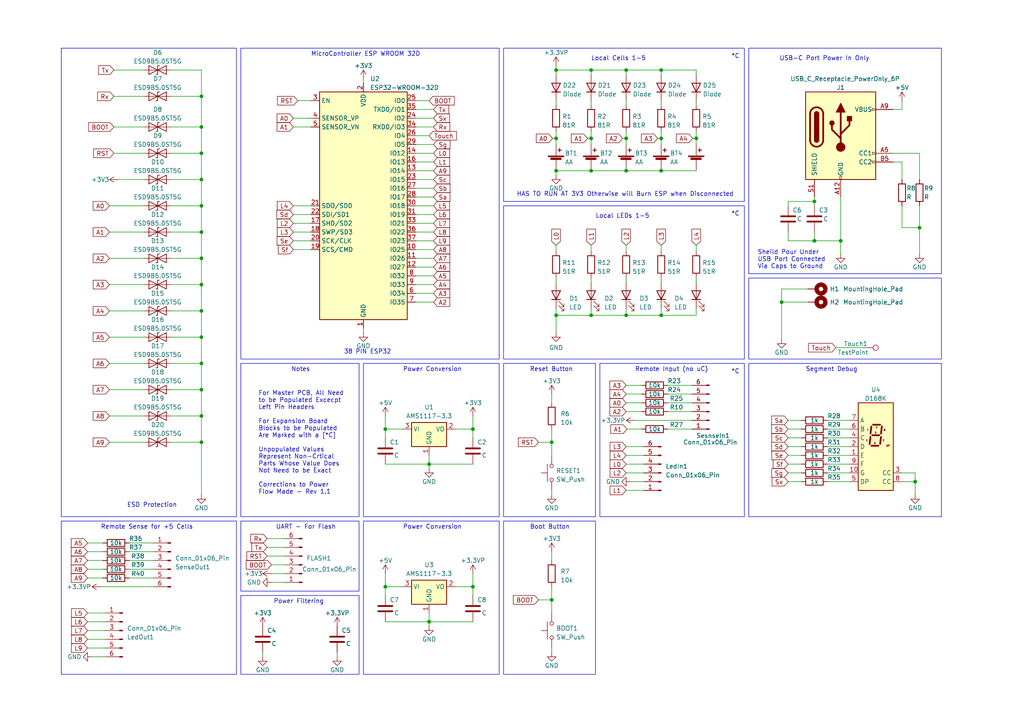
<source format=kicad_sch>
(kicad_sch (version 20230121) (generator eeschema)
  (paper "A4")
  (title_block (title "AA/AAA Trickle Charger w/ uC Monitoring") (date "2023-12-27") (rev "1.1") (company "Akbar Q Open Source") (comment 1 "Pending Manufacture Initiation and Verification - Rev 1.1 Sent to JLCPCB"))
  (junction (at 137.16 124.46))
  (junction (at 58.42 82.55))
  (junction (at 191.77 20.32))
  (junction (at 181.61 20.32))
  (junction (at 58.42 36.83))
  (junction (at 58.42 97.79))
  (junction (at 171.45 40.132))
  (junction (at 124.46 134.62))
  (junction (at 160.02 128.27))
  (junction (at 191.77 49.53))
  (junction (at 111.76 124.46))
  (junction (at 161.29 20.32))
  (junction (at 181.61 49.53))
  (junction (at 191.77 91.44))
  (junction (at 160.02 173.99))
  (junction (at 171.45 49.53))
  (junction (at 58.42 74.93))
  (junction (at 236.22 69.85))
  (junction (at 58.42 44.45))
  (junction (at 236.22 58.42))
  (junction (at 161.29 49.53))
  (junction (at 171.45 20.32))
  (junction (at 58.42 105.41))
  (junction (at 58.42 90.17))
  (junction (at 161.29 40.132))
  (junction (at 201.93 40.132))
  (junction (at 191.77 40.132))
  (junction (at 226.695 87.63))
  (junction (at 58.42 113.03))
  (junction (at 137.16 170.18))
  (junction (at 58.42 27.94))
  (junction (at 58.42 120.65))
  (junction (at 58.42 59.69))
  (junction (at 171.45 91.44))
  (junction (at 58.42 128.27))
  (junction (at 58.42 52.07))
  (junction (at 58.42 67.31))
  (junction (at 243.84 69.85))
  (junction (at 265.43 139.7))
  (junction (at 161.29 91.44))
  (junction (at 124.46 180.34))
  (junction (at 111.76 170.18))
  (junction (at 181.61 91.44))
  (junction (at 181.61 40.132))
  (junction (at 266.7 66.04))
  (wire (pts (xy 228.6 129.54) (xy 232.41 129.54)))
  (wire (pts (xy 31.75 74.93) (xy 41.91 74.93)))
  (wire (pts (xy 25.4 165.1) (xy 29.845 165.1)))
  (wire (pts (xy 125.73 34.29) (xy 120.65 34.29)))
  (wire (pts (xy 236.22 69.85) (xy 243.84 69.85)))
  (wire (pts (xy 181.61 40.132) (xy 181.61 41.91)))
  (wire (pts (xy 201.93 71.12) (xy 201.93 72.898)))
  (wire (pts (xy 37.465 160.02) (xy 44.45 160.02)))
  (wire (pts (xy 261.62 31.75) (xy 261.62 29.21)))
  (wire (pts (xy 261.62 46.99) (xy 259.08 46.99)))
  (wire (pts (xy 85.09 72.39) (xy 90.17 72.39)))
  (wire (pts (xy 160.02 170.18) (xy 160.02 173.99)))
  (wire (pts (xy 228.6 67.31) (xy 228.6 69.85)))
  (wire (pts (xy 193.675 119.38) (xy 200.66 119.38)))
  (wire (pts (xy 201.93 89.408) (xy 201.93 91.44)))
  (wire (pts (xy 265.43 139.7) (xy 265.43 137.16)))
  (wire (pts (xy 37.465 162.56) (xy 44.45 162.56)))
  (wire (pts (xy 31.75 113.03) (xy 41.91 113.03)))
  (wire (pts (xy 181.61 29.21) (xy 181.61 30.48)))
  (wire (pts (xy 181.61 111.76) (xy 186.055 111.76)))
  (wire (pts (xy 58.42 97.79) (xy 58.42 105.41)))
  (wire (pts (xy 266.7 59.69) (xy 266.7 66.04)))
  (wire (pts (xy 261.62 59.69) (xy 261.62 66.04)))
  (wire (pts (xy 111.76 180.34) (xy 124.46 180.34)))
  (wire (pts (xy 201.93 40.132) (xy 201.93 41.91)))
  (wire (pts (xy 77.47 156.21) (xy 82.55 156.21)))
  (wire (pts (xy 49.53 113.03) (xy 58.42 113.03)))
  (wire (pts (xy 125.73 49.53) (xy 120.65 49.53)))
  (wire (pts (xy 58.42 67.31) (xy 58.42 59.69)))
  (wire (pts (xy 58.42 74.93) (xy 58.42 67.31)))
  (wire (pts (xy 85.09 59.69) (xy 90.17 59.69)))
  (wire (pts (xy 171.45 40.132) (xy 171.45 41.91)))
  (wire (pts (xy 161.29 38.1) (xy 161.29 40.132)))
  (wire (pts (xy 228.6 124.46) (xy 232.41 124.46)))
  (wire (pts (xy 25.4 177.8) (xy 30.48 177.8)))
  (wire (pts (xy 181.61 49.53) (xy 191.77 49.53)))
  (wire (pts (xy 240.03 132.08) (xy 246.38 132.08)))
  (wire (pts (xy 201.93 80.518) (xy 201.93 81.788)))
  (wire (pts (xy 161.29 19.05) (xy 161.29 20.32)))
  (wire (pts (xy 191.77 89.408) (xy 191.77 91.44)))
  (wire (pts (xy 77.47 158.75) (xy 82.55 158.75)))
  (wire (pts (xy 31.75 120.65) (xy 41.91 120.65)))
  (wire (pts (xy 181.61 20.32) (xy 191.77 20.32)))
  (wire (pts (xy 105.41 22.86) (xy 105.41 24.13)))
  (wire (pts (xy 125.73 52.07) (xy 120.65 52.07)))
  (wire (pts (xy 193.675 114.3) (xy 200.66 114.3)))
  (wire (pts (xy 191.77 80.518) (xy 191.77 81.788)))
  (wire (pts (xy 137.16 166.37) (xy 137.16 170.18)))
  (wire (pts (xy 125.73 69.85) (xy 120.65 69.85)))
  (wire (pts (xy 201.93 29.21) (xy 201.93 30.48)))
  (wire (pts (xy 160.02 173.99) (xy 160.02 177.8)))
  (wire (pts (xy 182.88 139.7) (xy 186.69 139.7)))
  (wire (pts (xy 97.79 189.23) (xy 97.79 190.5)))
  (wire (pts (xy 181.61 132.08) (xy 186.69 132.08)))
  (wire (pts (xy 171.45 20.32) (xy 181.61 20.32)))
  (wire (pts (xy 49.53 74.93) (xy 58.42 74.93)))
  (wire (pts (xy 125.73 74.93) (xy 120.65 74.93)))
  (wire (pts (xy 171.45 38.1) (xy 171.45 40.132)))
  (wire (pts (xy 181.864 124.46) (xy 186.055 124.46)))
  (wire (pts (xy 243.84 57.15) (xy 243.84 69.85)))
  (wire (pts (xy 161.29 20.32) (xy 171.45 20.32)))
  (wire (pts (xy 240.03 124.46) (xy 246.38 124.46)))
  (wire (pts (xy 190.754 40.132) (xy 191.77 40.132)))
  (wire (pts (xy 58.42 90.17) (xy 58.42 82.55)))
  (wire (pts (xy 160.02 114.3) (xy 160.02 116.84)))
  (wire (pts (xy 171.45 80.518) (xy 171.45 81.788)))
  (wire (pts (xy 33.02 20.32) (xy 41.91 20.32)))
  (wire (pts (xy 37.465 157.48) (xy 44.45 157.48)))
  (wire (pts (xy 181.61 129.54) (xy 186.69 129.54)))
  (wire (pts (xy 33.02 27.94) (xy 41.91 27.94)))
  (wire (pts (xy 31.75 105.41) (xy 41.91 105.41)))
  (wire (pts (xy 200.914 40.132) (xy 201.93 40.132)))
  (wire (pts (xy 125.73 62.23) (xy 120.65 62.23)))
  (wire (pts (xy 49.53 82.55) (xy 58.42 82.55)))
  (wire (pts (xy 124.46 134.62) (xy 124.46 135.89)))
  (wire (pts (xy 125.73 64.77) (xy 120.65 64.77)))
  (wire (pts (xy 78.74 163.83) (xy 82.55 163.83)))
  (wire (pts (xy 120.65 41.91) (xy 125.73 41.91)))
  (wire (pts (xy 160.02 124.46) (xy 160.02 128.27)))
  (wire (pts (xy 161.29 71.12) (xy 161.29 72.898)))
  (wire (pts (xy 228.6 132.08) (xy 232.41 132.08)))
  (wire (pts (xy 236.22 67.31) (xy 236.22 69.85)))
  (wire (pts (xy 25.4 180.34) (xy 30.48 180.34)))
  (wire (pts (xy 120.65 31.75) (xy 125.73 31.75)))
  (wire (pts (xy 161.29 49.53) (xy 171.45 49.53)))
  (wire (pts (xy 240.03 129.54) (xy 246.38 129.54)))
  (wire (pts (xy 124.46 180.34) (xy 137.16 180.34)))
  (wire (pts (xy 125.73 67.31) (xy 120.65 67.31)))
  (wire (pts (xy 125.73 85.09) (xy 120.65 85.09)))
  (wire (pts (xy 58.42 44.45) (xy 58.42 52.07)))
  (wire (pts (xy 85.09 64.77) (xy 90.17 64.77)))
  (wire (pts (xy 78.74 166.37) (xy 82.55 166.37)))
  (wire (pts (xy 125.73 72.39) (xy 120.65 72.39)))
  (wire (pts (xy 191.77 91.44) (xy 201.93 91.44)))
  (wire (pts (xy 137.16 170.18) (xy 132.08 170.18)))
  (wire (pts (xy 265.43 137.16) (xy 261.62 137.16)))
  (wire (pts (xy 191.77 71.12) (xy 191.77 72.898)))
  (wire (pts (xy 25.4 157.48) (xy 29.845 157.48)))
  (wire (pts (xy 171.45 91.44) (xy 181.61 91.44)))
  (wire (pts (xy 58.42 27.94) (xy 58.42 36.83)))
  (wire (pts (xy 58.42 120.65) (xy 58.42 128.27)))
  (wire (pts (xy 49.53 59.69) (xy 58.42 59.69)))
  (wire (pts (xy 160.02 142.24) (xy 160.02 143.51)))
  (wire (pts (xy 161.29 20.32) (xy 161.29 21.59)))
  (wire (pts (xy 171.45 89.408) (xy 171.45 91.44)))
  (wire (pts (xy 33.02 36.83) (xy 41.91 36.83)))
  (wire (pts (xy 111.76 134.62) (xy 124.46 134.62)))
  (wire (pts (xy 49.53 36.83) (xy 58.42 36.83)))
  (wire (pts (xy 105.41 95.25) (xy 105.41 96.52)))
  (wire (pts (xy 243.84 69.85) (xy 243.84 73.66)))
  (wire (pts (xy 228.6 137.16) (xy 232.41 137.16)))
  (wire (pts (xy 49.53 67.31) (xy 58.42 67.31)))
  (wire (pts (xy 120.65 39.37) (xy 124.46 39.37)))
  (wire (pts (xy 58.42 82.55) (xy 58.42 74.93)))
  (wire (pts (xy 201.93 20.32) (xy 201.93 21.59)))
  (wire (pts (xy 37.465 165.1) (xy 44.45 165.1)))
  (wire (pts (xy 170.434 40.132) (xy 171.45 40.132)))
  (wire (pts (xy 181.61 20.32) (xy 181.61 21.59)))
  (wire (pts (xy 181.61 142.24) (xy 186.69 142.24)))
  (wire (pts (xy 26.67 190.5) (xy 30.48 190.5)))
  (wire (pts (xy 85.09 69.85) (xy 90.17 69.85)))
  (wire (pts (xy 125.73 57.15) (xy 120.65 57.15)))
  (wire (pts (xy 111.76 170.18) (xy 111.76 166.37)))
  (wire (pts (xy 120.65 29.21) (xy 124.46 29.21)))
  (wire (pts (xy 228.6 134.62) (xy 232.41 134.62)))
  (wire (pts (xy 85.09 62.23) (xy 90.17 62.23)))
  (wire (pts (xy 201.93 38.1) (xy 201.93 40.132)))
  (wire (pts (xy 193.675 116.84) (xy 200.66 116.84)))
  (wire (pts (xy 181.61 137.16) (xy 186.69 137.16)))
  (wire (pts (xy 49.53 90.17) (xy 58.42 90.17)))
  (wire (pts (xy 85.09 67.31) (xy 90.17 67.31)))
  (wire (pts (xy 161.29 91.44) (xy 171.45 91.44)))
  (wire (pts (xy 37.465 167.64) (xy 44.45 167.64)))
  (wire (pts (xy 125.73 44.45) (xy 120.65 44.45)))
  (wire (pts (xy 265.43 143.51) (xy 265.43 139.7)))
  (wire (pts (xy 111.76 170.18) (xy 111.76 172.72)))
  (wire (pts (xy 86.36 29.21) (xy 90.17 29.21)))
  (wire (pts (xy 125.73 46.99) (xy 120.65 46.99)))
  (wire (pts (xy 181.61 80.518) (xy 181.61 81.788)))
  (wire (pts (xy 25.4 162.56) (xy 29.845 162.56)))
  (wire (pts (xy 78.74 168.91) (xy 82.55 168.91)))
  (wire (pts (xy 137.16 124.46) (xy 132.08 124.46)))
  (wire (pts (xy 226.695 83.82) (xy 234.315 83.82)))
  (wire (pts (xy 240.03 137.16) (xy 246.38 137.16)))
  (wire (pts (xy 228.6 127) (xy 232.41 127)))
  (wire (pts (xy 228.6 69.85) (xy 236.22 69.85)))
  (wire (pts (xy 181.61 116.84) (xy 186.055 116.84)))
  (wire (pts (xy 181.61 38.1) (xy 181.61 40.132)))
  (wire (pts (xy 49.53 20.32) (xy 58.42 20.32)))
  (wire (pts (xy 228.6 139.7) (xy 232.41 139.7)))
  (wire (pts (xy 124.46 177.8) (xy 124.46 180.34)))
  (wire (pts (xy 77.47 161.29) (xy 82.55 161.29)))
  (wire (pts (xy 161.29 50.8) (xy 161.29 49.53)))
  (wire (pts (xy 191.77 38.1) (xy 191.77 40.132)))
  (wire (pts (xy 236.22 58.42) (xy 236.22 59.69)))
  (wire (pts (xy 191.77 40.132) (xy 191.77 41.91)))
  (wire (pts (xy 85.09 36.83) (xy 90.17 36.83)))
  (wire (pts (xy 25.4 160.02) (xy 29.845 160.02)))
  (wire (pts (xy 125.73 54.61) (xy 120.65 54.61)))
  (wire (pts (xy 137.16 170.18) (xy 137.16 172.72)))
  (wire (pts (xy 120.65 36.83) (xy 125.73 36.83)))
  (wire (pts (xy 49.53 44.45) (xy 58.42 44.45)))
  (wire (pts (xy 124.46 132.08) (xy 124.46 134.62)))
  (wire (pts (xy 193.675 124.46) (xy 200.66 124.46)))
  (wire (pts (xy 58.42 105.41) (xy 58.42 113.03)))
  (wire (pts (xy 125.73 80.01) (xy 120.65 80.01)))
  (wire (pts (xy 161.29 29.21) (xy 161.29 30.48)))
  (wire (pts (xy 236.22 57.15) (xy 236.22 58.42)))
  (wire (pts (xy 58.42 20.32) (xy 58.42 27.94)))
  (wire (pts (xy 85.09 34.29) (xy 90.17 34.29)))
  (wire (pts (xy 266.7 66.04) (xy 266.7 73.66)))
  (wire (pts (xy 242.443 100.838) (xy 250.698 100.838)))
  (wire (pts (xy 266.7 52.07) (xy 266.7 44.45)))
  (wire (pts (xy 226.695 83.82) (xy 226.695 87.63)))
  (wire (pts (xy 125.73 59.69) (xy 120.65 59.69)))
  (wire (pts (xy 191.77 20.32) (xy 191.77 21.59)))
  (wire (pts (xy 25.4 182.88) (xy 30.48 182.88)))
  (wire (pts (xy 240.03 134.62) (xy 246.38 134.62)))
  (wire (pts (xy 160.274 40.132) (xy 161.29 40.132)))
  (wire (pts (xy 171.45 20.32) (xy 171.45 21.59)))
  (wire (pts (xy 124.46 134.62) (xy 137.16 134.62)))
  (wire (pts (xy 25.4 167.64) (xy 29.845 167.64)))
  (wire (pts (xy 160.02 187.96) (xy 160.02 189.23)))
  (wire (pts (xy 181.61 119.38) (xy 186.055 119.38)))
  (wire (pts (xy 181.61 91.44) (xy 191.77 91.44)))
  (wire (pts (xy 160.02 128.27) (xy 160.02 132.08)))
  (wire (pts (xy 76.2 189.23) (xy 76.2 190.5)))
  (wire (pts (xy 161.29 80.518) (xy 161.29 81.788)))
  (wire (pts (xy 125.73 82.55) (xy 120.65 82.55)))
  (wire (pts (xy 58.42 59.69) (xy 58.42 52.07)))
  (wire (pts (xy 125.73 87.63) (xy 120.65 87.63)))
  (wire (pts (xy 33.02 44.45) (xy 41.91 44.45)))
  (wire (pts (xy 226.695 87.63) (xy 226.695 98.425)))
  (wire (pts (xy 25.4 187.96) (xy 30.48 187.96)))
  (wire (pts (xy 31.75 97.79) (xy 41.91 97.79)))
  (wire (pts (xy 171.45 49.53) (xy 181.61 49.53)))
  (wire (pts (xy 228.6 58.42) (xy 236.22 58.42)))
  (wire (pts (xy 116.84 170.18) (xy 111.76 170.18)))
  (wire (pts (xy 191.77 29.21) (xy 191.77 30.48)))
  (wire (pts (xy 25.4 185.42) (xy 30.48 185.42)))
  (wire (pts (xy 137.16 124.46) (xy 137.16 127)))
  (wire (pts (xy 31.75 128.27) (xy 41.91 128.27)))
  (wire (pts (xy 171.45 29.21) (xy 171.45 30.48)))
  (wire (pts (xy 31.75 90.17) (xy 41.91 90.17)))
  (wire (pts (xy 116.84 124.46) (xy 111.76 124.46)))
  (wire (pts (xy 160.02 160.02) (xy 160.02 162.56)))
  (wire (pts (xy 261.62 139.7) (xy 265.43 139.7)))
  (wire (pts (xy 125.73 77.47) (xy 120.65 77.47)))
  (wire (pts (xy 111.76 124.46) (xy 111.76 120.65)))
  (wire (pts (xy 261.62 66.04) (xy 266.7 66.04)))
  (wire (pts (xy 161.29 40.132) (xy 161.29 41.91)))
  (wire (pts (xy 240.03 139.7) (xy 246.38 139.7)))
  (wire (pts (xy 137.16 120.65) (xy 137.16 124.46)))
  (wire (pts (xy 34.29 52.07) (xy 41.91 52.07)))
  (wire (pts (xy 58.42 113.03) (xy 58.42 120.65)))
  (wire (pts (xy 181.61 114.3) (xy 186.055 114.3)))
  (wire (pts (xy 193.675 111.76) (xy 200.66 111.76)))
  (wire (pts (xy 191.77 20.32) (xy 201.93 20.32)))
  (wire (pts (xy 49.53 97.79) (xy 58.42 97.79)))
  (wire (pts (xy 156.21 173.99) (xy 160.02 173.99)))
  (wire (pts (xy 58.42 90.17) (xy 58.42 97.79)))
  (wire (pts (xy 31.75 82.55) (xy 41.91 82.55)))
  (wire (pts (xy 181.61 71.12) (xy 181.61 72.898)))
  (wire (pts (xy 49.53 52.07) (xy 58.42 52.07)))
  (wire (pts (xy 49.53 27.94) (xy 58.42 27.94)))
  (wire (pts (xy 181.61 134.62) (xy 186.69 134.62)))
  (wire (pts (xy 240.03 127) (xy 246.38 127)))
  (wire (pts (xy 31.75 59.69) (xy 41.91 59.69)))
  (wire (pts (xy 156.21 128.27) (xy 160.02 128.27)))
  (wire (pts (xy 240.03 121.92) (xy 246.38 121.92)))
  (wire (pts (xy 49.53 128.27) (xy 58.42 128.27)))
  (wire (pts (xy 31.75 67.31) (xy 41.91 67.31)))
  (wire (pts (xy 49.53 105.41) (xy 58.42 105.41)))
  (wire (pts (xy 266.7 44.45) (xy 259.08 44.45)))
  (wire (pts (xy 259.08 31.75) (xy 261.62 31.75)))
  (wire (pts (xy 111.76 124.46) (xy 111.76 127)))
  (wire (pts (xy 191.77 49.53) (xy 201.93 49.53)))
  (wire (pts (xy 161.29 91.44) (xy 161.29 96.52)))
  (wire (pts (xy 184.15 121.92) (xy 200.66 121.92)))
  (wire (pts (xy 58.42 128.27) (xy 58.42 143.51)))
  (wire (pts (xy 124.46 180.34) (xy 124.46 181.61)))
  (wire (pts (xy 58.42 36.83) (xy 58.42 44.45)))
  (wire (pts (xy 234.315 87.63) (xy 226.695 87.63)))
  (wire (pts (xy 49.53 120.65) (xy 58.42 120.65)))
  (wire (pts (xy 29.21 170.18) (xy 44.45 170.18)))
  (wire (pts (xy 228.6 58.42) (xy 228.6 59.69)))
  (wire (pts (xy 261.62 52.07) (xy 261.62 46.99)))
  (wire (pts (xy 161.29 89.408) (xy 161.29 91.44)))
  (wire (pts (xy 180.594 40.132) (xy 181.61 40.132)))
  (wire (pts (xy 181.61 89.408) (xy 181.61 91.44)))
  (wire (pts (xy 228.6 121.92) (xy 232.41 121.92)))
  (wire (pts (xy 171.45 71.12) (xy 171.45 72.898)))
  (rectangle (start 69.85 13.97) (end 144.78 104.14))
  (rectangle (start 146.05 59.69) (end 215.9 104.14))
  (rectangle (start 217.17 13.97) (end 273.05 79.375))
  (rectangle (start 173.99 105.41) (end 215.9 149.86))
  (rectangle (start 217.17 105.41) (end 273.05 149.86))
  (rectangle (start 69.85 105.41) (end 104.14 149.86))
  (rectangle (start 69.85 172.72) (end 104.14 195.58))
  (rectangle (start 146.05 151.13) (end 172.72 195.58))
  (rectangle (start 17.78 13.97) (end 68.58 149.86))
  (rectangle (start 146.05 13.97) (end 215.9 58.42))
  (rectangle (start 69.85 151.13) (end 104.14 171.45))
  (rectangle (start 17.78 151.13) (end 68.58 195.58))
  (rectangle (start 146.05 105.41) (end 172.72 149.86))
  (rectangle (start 105.41 151.13) (end 144.78 195.58))
  (rectangle (start 217.17 80.645) (end 273.05 104.14))
  (rectangle (start 105.41 105.41) (end 144.78 149.86))
  (text "Local LEDs 1-5" (at 172.72 63.5 0) (effects (font (size 1.27 1.27)) (justify left bottom)))
  (text "Notes" (at 84.455 107.95 0) (effects (font (size 1.27 1.27)) (justify left bottom)))
  (text "Segment Debug" (at 233.68 107.95 0) (effects (font (size 1.27 1.27)) (justify left bottom)))
  (text "Boot Button" (at 153.67 153.67 0) (effects (font (size 1.27 1.27)) (justify left bottom)))
  (text "Remote Input (no uC)\n" (at 184.15 107.95 0) (effects (font (size 1.27 1.27)) (justify left bottom)))
  (text "Power Conversion" (at 116.84 153.67 0) (effects (font (size 1.27 1.27)) (justify left bottom)))
  (text "UART - For Flash" (at 80.01 153.67 0) (effects (font (size 1.27 1.27)) (justify left bottom)))
  (text "Power Conversion" (at 116.84 107.95 0) (effects (font (size 1.27 1.27)) (justify left bottom)))
  (text "Reset Button" (at 153.67 107.95 0) (effects (font (size 1.27 1.27)) (justify left bottom)))
  (text "HAS TO RUN AT 3V3 Otherwise will Burn ESP when Disconnected" (at 149.86 57.15 0) (effects (font (size 1.27 1.27)) (justify left bottom)))
  (text "*C" (at 212.09 17.145 0) (effects (font (size 1.27 1.27)) (justify left bottom)))
  (text "38 PIN ESP32\n" (at 99.695 102.87 0) (effects (font (size 1.27 1.27)) (justify left bottom)))
  (text "*C" (at 212.09 108.585 0) (effects (font (size 1.27 1.27)) (justify left bottom)))
  (text "USB-C Port Power In Only" (at 226.06 17.78 0) (effects (font (size 1.27 1.27)) (justify left bottom)))
  (text "MicroController ESP WROOM 32D" (at 90.17 16.51 0) (effects (font (size 1.27 1.27)) (justify left bottom)))
  (text "Power Filtering" (at 93.98 175.26 0) (effects (font (size 1.27 1.27)) (justify right bottom)))
  (text "For Master PCB, All Need\nto be Populated Excecpt \nLeft Pin Headers\n\nFor Expansion Board\nBlocks to be Populated\nAre Marked with a [*C]\n\nUnpopulated Values\nRepresent Non-Crtical\nParts Whose Value Does\nNot Need to be Exact\n\nCorrections to Power\nFlow Made - Rev 1.1" (at 74.93 143.51 0) (effects (font (size 1.27 1.27)) (justify left bottom)))
  (text "Sheild Pour Under\nUSB Port Connected\nVia Caps to Ground" (at 219.71 78.105 0) (effects (font (size 1.27 1.27)) (justify left bottom)))
  (text "*C" (at 212.09 62.865 0) (effects (font (size 1.27 1.27)) (justify left bottom)))
  (text "Local Cells 1-5" (at 171.45 17.78 0) (effects (font (size 1.27 1.27)) (justify left bottom)))
  (text "Remote Sense for +5 Cells" (at 29.21 153.67 0) (effects (font (size 1.27 1.27)) (justify left bottom)))
  (text "ESD Protection" (at 36.83 147.32 0) (effects (font (size 1.27 1.27)) (justify left bottom)))
  (global_label "L9" (shape input) (at 25.4 187.96 180) (property "Intersheetrefs" "${INTERSHEET_REFS}" (effects hide)))
  (global_label "L7" (shape input) (at 125.73 64.77 0) (property "Intersheetrefs" "${INTERSHEET_REFS}" (effects hide)))
  (global_label "A3" (shape input) (at 125.73 85.09 0) (property "Intersheetrefs" "${INTERSHEET_REFS}" (effects hide)))
  (global_label "A6" (shape input) (at 125.73 77.47 0) (property "Intersheetrefs" "${INTERSHEET_REFS}" (effects hide)))
  (global_label "A1" (shape input) (at 170.434 40.132 180) (property "Intersheetrefs" "${INTERSHEET_REFS}" (effects hide)))
  (global_label "L1" (shape input) (at 181.61 142.24 180) (property "Intersheetrefs" "${INTERSHEET_REFS}" (effects hide)))
  (global_label "A3" (shape input) (at 31.75 82.55 180) (property "Intersheetrefs" "${INTERSHEET_REFS}" (effects hide)))
  (global_label "Se" (shape input) (at 228.6 132.08 180) (property "Intersheetrefs" "${INTERSHEET_REFS}" (effects hide)))
  (global_label "A0" (shape input) (at 85.09 34.29 180) (property "Intersheetrefs" "${INTERSHEET_REFS}" (effects hide)))
  (global_label "L9" (shape input) (at 125.73 69.85 0) (property "Intersheetrefs" "${INTERSHEET_REFS}" (effects hide)))
  (global_label "L7" (shape input) (at 25.4 182.88 180) (property "Intersheetrefs" "${INTERSHEET_REFS}" (effects hide)))
  (global_label "Tx" (shape input) (at 33.02 20.32 180) (property "Intersheetrefs" "${INTERSHEET_REFS}" (effects hide)))
  (global_label "Sg" (shape input) (at 125.73 41.91 0) (property "Intersheetrefs" "${INTERSHEET_REFS}" (effects hide)))
  (global_label "L1" (shape input) (at 125.73 46.99 0) (property "Intersheetrefs" "${INTERSHEET_REFS}" (effects hide)))
  (global_label "Rx" (shape input) (at 77.47 156.21 180) (property "Intersheetrefs" "${INTERSHEET_REFS}" (effects hide)))
  (global_label "A9" (shape input) (at 31.75 128.27 180) (property "Intersheetrefs" "${INTERSHEET_REFS}" (effects hide)))
  (global_label "RST" (shape input) (at 33.02 44.45 180) (property "Intersheetrefs" "${INTERSHEET_REFS}" (effects hide)))
  (global_label "Sg" (shape input) (at 228.6 137.16 180) (property "Intersheetrefs" "${INTERSHEET_REFS}" (effects hide)))
  (global_label "Tx" (shape input) (at 77.47 158.75 180) (property "Intersheetrefs" "${INTERSHEET_REFS}" (effects hide)))
  (global_label "L4" (shape input) (at 201.93 71.12 90) (property "Intersheetrefs" "${INTERSHEET_REFS}" (effects hide)))
  (global_label "L0" (shape input) (at 125.73 44.45 0) (property "Intersheetrefs" "${INTERSHEET_REFS}" (effects hide)))
  (global_label "Rx" (shape input) (at 125.73 36.83 0) (property "Intersheetrefs" "${INTERSHEET_REFS}" (effects hide)))
  (global_label "A0" (shape input) (at 31.75 59.69 180) (property "Intersheetrefs" "${INTERSHEET_REFS}" (effects hide)))
  (global_label "BOOT" (shape input) (at 156.21 173.99 180) (property "Intersheetrefs" "${INTERSHEET_REFS}" (effects hide)))
  (global_label "A1" (shape input) (at 181.864 124.46 180) (property "Intersheetrefs" "${INTERSHEET_REFS}" (effects hide)))
  (global_label "L2" (shape input) (at 181.61 71.12 90) (property "Intersheetrefs" "${INTERSHEET_REFS}" (effects hide)))
  (global_label "Sc" (shape input) (at 125.73 52.07 0) (property "Intersheetrefs" "${INTERSHEET_REFS}" (effects hide)))
  (global_label "A3" (shape input) (at 181.61 111.76 180) (property "Intersheetrefs" "${INTERSHEET_REFS}" (effects hide)))
  (global_label "L5" (shape input) (at 125.73 59.69 0) (property "Intersheetrefs" "${INTERSHEET_REFS}" (effects hide)))
  (global_label "L6" (shape input) (at 25.4 180.34 180) (property "Intersheetrefs" "${INTERSHEET_REFS}" (effects hide)))
  (global_label "A2" (shape input) (at 31.75 74.93 180) (property "Intersheetrefs" "${INTERSHEET_REFS}" (effects hide)))
  (global_label "L3" (shape input) (at 85.09 67.31 180) (property "Intersheetrefs" "${INTERSHEET_REFS}" (effects hide)))
  (global_label "A6" (shape input) (at 25.4 160.02 180) (property "Intersheetrefs" "${INTERSHEET_REFS}" (effects hide)))
  (global_label "Sf" (shape input) (at 228.6 134.62 180) (property "Intersheetrefs" "${INTERSHEET_REFS}" (effects hide)))
  (global_label "L6" (shape input) (at 125.73 62.23 0) (property "Intersheetrefs" "${INTERSHEET_REFS}" (effects hide)))
  (global_label "Sa" (shape input) (at 228.6 121.92 180) (property "Intersheetrefs" "${INTERSHEET_REFS}" (effects hide)))
  (global_label "A2" (shape input) (at 125.73 87.63 0) (property "Intersheetrefs" "${INTERSHEET_REFS}" (effects hide)))
  (global_label "Sx" (shape input) (at 125.73 34.29 0) (property "Intersheetrefs" "${INTERSHEET_REFS}" (effects hide)))
  (global_label "A4" (shape input) (at 200.914 40.132 180) (property "Intersheetrefs" "${INTERSHEET_REFS}" (effects hide)))
  (global_label "RST" (shape input) (at 86.36 29.21 180) (property "Intersheetrefs" "${INTERSHEET_REFS}" (effects hide)))
  (global_label "L1" (shape input) (at 171.45 71.12 90) (property "Intersheetrefs" "${INTERSHEET_REFS}" (effects hide)))
  (global_label "A9" (shape input) (at 25.4 167.64 180) (property "Intersheetrefs" "${INTERSHEET_REFS}" (effects hide)))
  (global_label "L5" (shape input) (at 25.4 177.8 180) (property "Intersheetrefs" "${INTERSHEET_REFS}" (effects hide)))
  (global_label "BOOT" (shape input) (at 33.02 36.83 180) (property "Intersheetrefs" "${INTERSHEET_REFS}" (effects hide)))
  (global_label "L4" (shape input) (at 181.61 132.08 180) (property "Intersheetrefs" "${INTERSHEET_REFS}" (effects hide)))
  (global_label "A5" (shape input) (at 25.4 157.48 180) (property "Intersheetrefs" "${INTERSHEET_REFS}" (effects hide)))
  (global_label "A8" (shape input) (at 25.4 165.1 180) (property "Intersheetrefs" "${INTERSHEET_REFS}" (effects hide)))
  (global_label "A5" (shape input) (at 125.73 80.01 0) (property "Intersheetrefs" "${INTERSHEET_REFS}" (effects hide)))
  (global_label "A4" (shape input) (at 31.75 90.17 180) (property "Intersheetrefs" "${INTERSHEET_REFS}" (effects hide)))
  (global_label "Se" (shape input) (at 85.09 69.85 180) (property "Intersheetrefs" "${INTERSHEET_REFS}" (effects hide)))
  (global_label "Sd" (shape input) (at 85.09 62.23 180) (property "Intersheetrefs" "${INTERSHEET_REFS}" (effects hide)))
  (global_label "A5" (shape input) (at 31.75 97.79 180) (property "Intersheetrefs" "${INTERSHEET_REFS}" (effects hide)))
  (global_label "A7" (shape input) (at 25.4 162.56 180) (property "Intersheetrefs" "${INTERSHEET_REFS}" (effects hide)))
  (global_label "Sd" (shape input) (at 228.6 129.54 180) (property "Intersheetrefs" "${INTERSHEET_REFS}" (effects hide)))
  (global_label "L2" (shape input) (at 85.09 64.77 180) (property "Intersheetrefs" "${INTERSHEET_REFS}" (effects hide)))
  (global_label "A7" (shape input) (at 31.75 113.03 180) (property "Intersheetrefs" "${INTERSHEET_REFS}" (effects hide)))
  (global_label "BOOT" (shape input) (at 78.74 163.83 180) (property "Intersheetrefs" "${INTERSHEET_REFS}" (effects hide)))
  (global_label "A7" (shape input) (at 125.73 74.93 0) (property "Intersheetrefs" "${INTERSHEET_REFS}" (effects hide)))
  (global_label "Touch" (shape input) (at 124.46 39.37 0) (property "Intersheetrefs" "${INTERSHEET_REFS}" (effects hide)))
  (global_label "L2" (shape input) (at 181.61 137.16 180) (property "Intersheetrefs" "${INTERSHEET_REFS}" (effects hide)))
  (global_label "A2" (shape input) (at 180.594 40.132 180) (property "Intersheetrefs" "${INTERSHEET_REFS}" (effects hide)))
  (global_label "L8" (shape input) (at 125.73 67.31 0) (property "Intersheetrefs" "${INTERSHEET_REFS}" (effects hide)))
  (global_label "L3" (shape input) (at 181.61 129.54 180) (property "Intersheetrefs" "${INTERSHEET_REFS}" (effects hide)))
  (global_label "L8" (shape input) (at 25.4 185.42 180) (property "Intersheetrefs" "${INTERSHEET_REFS}" (effects hide)))
  (global_label "Sb" (shape input) (at 228.6 124.46 180) (property "Intersheetrefs" "${INTERSHEET_REFS}" (effects hide)))
  (global_label "Tx" (shape input) (at 125.73 31.75 0) (property "Intersheetrefs" "${INTERSHEET_REFS}" (effects hide)))
  (global_label "A8" (shape input) (at 125.73 72.39 0) (property "Intersheetrefs" "${INTERSHEET_REFS}" (effects hide)))
  (global_label "A4" (shape input) (at 125.73 82.55 0) (property "Intersheetrefs" "${INTERSHEET_REFS}" (effects hide)))
  (global_label "A1" (shape input) (at 85.09 36.83 180) (property "Intersheetrefs" "${INTERSHEET_REFS}" (effects hide)))
  (global_label "A8" (shape input) (at 31.75 120.65 180) (property "Intersheetrefs" "${INTERSHEET_REFS}" (effects hide)))
  (global_label "L0" (shape input) (at 181.61 134.62 180) (property "Intersheetrefs" "${INTERSHEET_REFS}" (effects hide)))
  (global_label "L4" (shape input) (at 85.09 59.69 180) (property "Intersheetrefs" "${INTERSHEET_REFS}" (effects hide)))
  (global_label "Sx" (shape input) (at 228.6 139.7 180) (property "Intersheetrefs" "${INTERSHEET_REFS}" (effects hide)))
  (global_label "L3" (shape input) (at 191.77 71.12 90) (property "Intersheetrefs" "${INTERSHEET_REFS}" (effects hide)))
  (global_label "A0" (shape input) (at 181.61 116.84 180) (property "Intersheetrefs" "${INTERSHEET_REFS}" (effects hide)))
  (global_label "A0" (shape input) (at 160.274 40.132 180) (property "Intersheetrefs" "${INTERSHEET_REFS}" (effects hide)))
  (global_label "A9" (shape input) (at 125.73 49.53 0) (property "Intersheetrefs" "${INTERSHEET_REFS}" (effects hide)))
  (global_label "A3" (shape input) (at 190.754 40.132 180) (property "Intersheetrefs" "${INTERSHEET_REFS}" (effects hide)))
  (global_label "RST" (shape input) (at 77.47 161.29 180) (property "Intersheetrefs" "${INTERSHEET_REFS}" (effects hide)))
  (global_label "BOOT" (shape input) (at 124.46 29.21 0) (property "Intersheetrefs" "${INTERSHEET_REFS}" (effects hide)))
  (global_label "Sf" (shape input) (at 85.09 72.39 180) (property "Intersheetrefs" "${INTERSHEET_REFS}" (effects hide)))
  (global_label "A2" (shape input) (at 181.61 119.38 180) (property "Intersheetrefs" "${INTERSHEET_REFS}" (effects hide)))
  (global_label "Sc" (shape input) (at 228.6 127 180) (property "Intersheetrefs" "${INTERSHEET_REFS}" (effects hide)))
  (global_label "Touch" (shape input) (at 242.443 100.838 180) (property "Intersheetrefs" "${INTERSHEET_REFS}" (effects hide)))
  (global_label "Sb" (shape input) (at 125.73 54.61 0) (property "Intersheetrefs" "${INTERSHEET_REFS}" (effects hide)))
  (global_label "A1" (shape input) (at 31.75 67.31 180) (property "Intersheetrefs" "${INTERSHEET_REFS}" (effects hide)))
  (global_label "A4" (shape input) (at 181.61 114.3 180) (property "Intersheetrefs" "${INTERSHEET_REFS}" (effects hide)))
  (global_label "Sa" (shape input) (at 125.73 57.15 0) (property "Intersheetrefs" "${INTERSHEET_REFS}" (effects hide)))
  (global_label "RST" (shape input) (at 156.21 128.27 180) (property "Intersheetrefs" "${INTERSHEET_REFS}" (effects hide)))
  (global_label "Rx" (shape input) (at 33.02 27.94 180) (property "Intersheetrefs" "${INTERSHEET_REFS}" (effects hide)))
  (global_label "A6" (shape input) (at 31.75 105.41 180) (property "Intersheetrefs" "${INTERSHEET_REFS}" (effects hide)))
  (global_label "L0" (shape input) (at 161.29 71.12 90) (property "Intersheetrefs" "${INTERSHEET_REFS}" (effects hide)))
  (symbol (lib_id "power:+3V3") (at 76.2 181.61 0) (unit 1)
    (property "Reference" "#PWR024" (effects hide))
    (property "Value" "+3V3" (at 76.2 177.8 0))
  )
  (symbol (lib_id "Diode:ESD9B5.0ST5G") (at 45.72 27.94 0) (unit 1)
    (property "Reference" "D7" (at 45.72 22.86 0))
    (property "Value" "ESD9B5.0ST5G" (at 45.72 25.4 0))
    (property "Footprint" "Diode_SMD:D_0402_1005Metric_Pad0.77x0.64mm_HandSolder" (effects hide))
    (property "Datasheet" "https://www.onsemi.com/pub/Collateral/ESD9B-D.PDF" (effects hide))
  )
  (symbol (lib_id "power:GND") (at 124.46 181.61 0) (unit 1)
    (property "Reference" "#PWR029" (effects hide))
    (property "Value" "GND" (at 124.46 185.42 0))
  )
  (symbol (lib_id "power:+5V") (at 111.76 166.37 0) (unit 1)
    (property "Reference" "#PWR028" (effects hide))
    (property "Value" "+5V" (at 111.76 162.56 0))
  )
  (symbol (lib_id "Device:LED") (at 161.29 85.598 90) (unit 1)
    (property "Reference" "D1" (at 165.1 86.5505 90) (effects (justify right)))
    (property "Value" "LED" (at 165.1 89.0905 90) (effects (justify right)))
    (property "Footprint" "LED_SMD:LED_1206_3216Metric_Pad1.42x1.75mm_HandSolder" (effects hide))
  )
  (symbol (lib_id "Device:R") (at 33.655 165.1 90) (unit 1)
    (property "Reference" "R39" (at 40.005 163.83 90))
    (property "Value" "10k" (at 33.655 165.1 90))
    (property "Footprint" "Resistor_SMD:R_0805_2012Metric_Pad1.20x1.40mm_HandSolder" (effects hide))
  )
  (symbol (lib_id "ScottoKeebs:Placeholder_Diode") (at 201.93 25.4 90) (unit 1)
    (property "Reference" "D25" (at 203.835 24.765 90) (effects (justify right)))
    (property "Value" "Diode" (at 203.835 27.305 90) (effects (justify right)))
    (property "Footprint" "Diode_SMD:D_MELF" (effects hide))
    (property "Sim.Device" "D" (effects hide))
    (property "Sim.Pins" "1=K 2=A" (effects hide))
  )
  (symbol (lib_id "Connector:USB_C_Receptacle_PowerOnly_6P") (at 243.84 39.37 0) (unit 1)
    (property "Reference" "J1" (at 243.84 25.4 0))
    (property "Value" "USB_C_Receptacle_PowerOnly_6P" (at 245.11 22.86 0))
    (property "Footprint" "CustomLibrary:USB-C Receptacle Power Only THT" (effects hide))
    (property "Datasheet" "https://www.usb.org/sites/default/files/documents/usb_type-c.zip" (effects hide))
  )
  (symbol (lib_id "Device:R") (at 261.62 55.88 0) (unit 1)
    (property "Reference" "R8" (at 262.89 54.61 0) (effects (justify left)))
    (property "Value" "R" (at 262.89 57.15 0) (effects (justify left)))
    (property "Footprint" "Resistor_THT:R_Axial_DIN0207_L6.3mm_D2.5mm_P7.62mm_Horizontal" (effects hide))
  )
  (symbol (lib_id "power:GND") (at 105.41 96.52 0) (unit 1)
    (property "Reference" "#PWR07" (effects hide))
    (property "Value" "GND" (at 105.41 100.33 0))
  )
  (symbol (lib_id "Device:Battery_Cell") (at 171.45 46.99 0) (unit 1)
    (property "Reference" "BT2" (at 173.99 44.45 0) (effects (justify left)))
    (property "Value" "AA" (at 173.99 46.99 0) (effects (justify left)))
    (property "Footprint" "CustomLibrary:AA-CellHolder_HALF" (effects hide))
  )
  (symbol (lib_id "Switch:SW_Push") (at 160.02 137.16 90) (unit 1)
    (property "Reference" "RESET1" (at 161.29 136.525 90) (effects (justify right)))
    (property "Value" "SW_Push" (at 161.29 139.065 90) (effects (justify right)))
    (property "Footprint" "CustomLibrary:SwitchCustom" (effects hide))
  )
  (symbol (lib_id "Device:R") (at 191.77 76.708 0) (unit 1)
    (property "Reference" "R14" (at 193.548 76.2 0) (effects (justify left)))
    (property "Value" "51R" (at 193.548 78.74 0) (effects (justify left)))
    (property "Footprint" "Resistor_SMD:R_2512_6332Metric_Pad1.40x3.35mm_HandSolder" (effects hide))
  )
  (symbol (lib_id "Device:R") (at 161.29 34.29 0) (unit 1)
    (property "Reference" "R1" (at 163.068 33.782 0) (effects (justify left)))
    (property "Value" "81R" (at 163.068 36.322 0) (effects (justify left)))
    (property "Footprint" "Resistor_SMD:R_2512_6332Metric_Pad1.40x3.35mm_HandSolder" (effects hide))
  )
  (symbol (lib_id "Device:LED") (at 181.61 85.598 90) (unit 1)
    (property "Reference" "D3" (at 185.42 86.5505 90) (effects (justify right)))
    (property "Value" "LED" (at 185.42 89.0905 90) (effects (justify right)))
    (property "Footprint" "LED_SMD:LED_1206_3216Metric_Pad1.42x1.75mm_HandSolder" (effects hide))
  )
  (symbol (lib_id "Diode:ESD9B5.0ST5G") (at 45.72 113.03 0) (unit 1)
    (property "Reference" "D18" (at 45.72 107.95 0))
    (property "Value" "ESD9B5.0ST5G" (at 45.72 110.49 0))
    (property "Footprint" "Diode_SMD:D_0402_1005Metric_Pad0.77x0.64mm_HandSolder" (effects hide))
    (property "Datasheet" "https://www.onsemi.com/pub/Collateral/ESD9B-D.PDF" (effects hide))
  )
  (symbol (lib_id "Diode:ESD9B5.0ST5G") (at 45.72 59.69 0) (unit 1)
    (property "Reference" "D11" (at 45.72 54.61 0))
    (property "Value" "ESD9B5.0ST5G" (at 45.72 57.15 0))
    (property "Footprint" "Diode_SMD:D_0402_1005Metric_Pad0.77x0.64mm_HandSolder" (effects hide))
    (property "Datasheet" "https://www.onsemi.com/pub/Collateral/ESD9B-D.PDF" (effects hide))
  )
  (symbol (lib_id "Device:Battery_Cell") (at 161.29 46.99 0) (unit 1)
    (property "Reference" "BT1" (at 163.83 44.45 0) (effects (justify left)))
    (property "Value" "AA" (at 163.83 46.99 0) (effects (justify left)))
    (property "Footprint" "CustomLibrary:AA-CellHolder_HALF" (effects hide))
  )
  (symbol (lib_id "Display_Character:D168K") (at 254 129.54 0) (unit 1)
    (property "Reference" "U4" (at 254 113.03 0))
    (property "Value" "D168K" (at 254 115.57 0))
    (property "Footprint" "Display_7Segment:D1X8K" (effects hide))
    (property "Datasheet" "https://ia800903.us.archive.org/24/items/CTKD1x8K/Cromatek%20D168K.pdf" (effects hide))
  )
  (symbol (lib_id "Device:R") (at 266.7 55.88 0) (unit 1)
    (property "Reference" "R9" (at 267.97 54.61 0) (effects (justify left)))
    (property "Value" "R" (at 267.97 57.15 0) (effects (justify left)))
    (property "Footprint" "Resistor_THT:R_Axial_DIN0207_L6.3mm_D2.5mm_P7.62mm_Horizontal" (effects hide))
  )
  (symbol (lib_id "Device:LED") (at 191.77 85.598 90) (unit 1)
    (property "Reference" "D4" (at 195.58 86.5505 90) (effects (justify right)))
    (property "Value" "LED" (at 195.58 89.0905 90) (effects (justify right)))
    (property "Footprint" "LED_SMD:LED_1206_3216Metric_Pad1.42x1.75mm_HandSolder" (effects hide))
  )
  (symbol (lib_id "Device:LED") (at 171.45 85.598 90) (unit 1)
    (property "Reference" "D2" (at 175.26 86.5505 90) (effects (justify right)))
    (property "Value" "LED" (at 175.26 89.0905 90) (effects (justify right)))
    (property "Footprint" "LED_SMD:LED_1206_3216Metric_Pad1.42x1.75mm_HandSolder" (effects hide))
  )
  (symbol (lib_id "Device:R") (at 189.865 119.38 90) (unit 1)
    (property "Reference" "R10" (at 196.215 118.11 90))
    (property "Value" "10k" (at 189.865 119.38 90))
    (property "Footprint" "Resistor_SMD:R_0805_2012Metric_Pad1.20x1.40mm_HandSolder" (effects hide))
  )
  (symbol (lib_id "ScottoKeebs:Placeholder_Diode") (at 171.45 25.4 90) (unit 1)
    (property "Reference" "D21" (at 173.355 24.765 90) (effects (justify right)))
    (property "Value" "Diode" (at 173.355 27.305 90) (effects (justify right)))
    (property "Footprint" "Diode_SMD:D_MELF" (effects hide))
    (property "Sim.Device" "D" (effects hide))
    (property "Sim.Pins" "1=K 2=A" (effects hide))
  )
  (symbol (lib_id "Device:C") (at 228.6 63.5 0) (unit 1)
    (property "Reference" "C6" (at 229.87 60.96 0) (effects (justify left)))
    (property "Value" "C" (at 231.14 63.5 0) (effects (justify left)))
    (property "Footprint" "Capacitor_SMD:C_0603_1608Metric_Pad1.08x0.95mm_HandSolder" (effects hide))
  )
  (symbol (lib_id "Connector:Conn_01x06_Pin") (at 35.56 182.88 0) (mirror y) (unit 1)
    (property "Reference" "LedOut1" (at 36.83 184.785 0) (effects (justify right)))
    (property "Value" "Conn_01x06_Pin" (at 36.83 182.245 0) (effects (justify right)))
    (property "Footprint" "Connector_PinHeader_2.54mm:PinHeader_2x03_P2.54mm_Horizontal" (effects hide))
  )
  (symbol (lib_id "Mechanical:MountingHole_Pad") (at 236.855 87.63 270) (unit 1)
    (property "Reference" "H2" (at 240.665 87.63 90) (effects (justify left)))
    (property "Value" "MountingHole_Pad" (at 244.475 87.63 90) (effects (justify left)))
    (property "Footprint" "MountingHole:MountingHole_3.2mm_M3_ISO7380_Pad_TopBottom" (effects hide))
  )
  (symbol (lib_id "Device:R") (at 236.22 121.92 90) (unit 1)
    (property "Reference" "R28" (at 241.935 120.65 90))
    (property "Value" "1k" (at 236.22 121.92 90))
    (property "Footprint" "Resistor_SMD:R_0805_2012Metric_Pad1.20x1.40mm_HandSolder" (effects hide))
  )
  (symbol (lib_id "Device:R") (at 33.655 162.56 90) (unit 1)
    (property "Reference" "R38" (at 40.005 161.29 90))
    (property "Value" "10k" (at 33.655 162.56 90))
    (property "Footprint" "Resistor_SMD:R_0805_2012Metric_Pad1.20x1.40mm_HandSolder" (effects hide))
  )
  (symbol (lib_id "power:+3.3VP") (at 29.21 170.18 90) (unit 1)
    (property "Reference" "#PWR032" (effects hide))
    (property "Value" "+3.3VP" (at 22.86 170.18 90))
  )
  (symbol (lib_id "power:GND") (at 161.29 50.8 0) (unit 1)
    (property "Reference" "#PWR04" (effects hide))
    (property "Value" "GND" (at 161.29 54.61 0))
  )
  (symbol (lib_id "Device:R") (at 236.22 124.46 90) (unit 1)
    (property "Reference" "R29" (at 241.935 123.19 90))
    (property "Value" "1k" (at 236.22 124.46 90))
    (property "Footprint" "Resistor_SMD:R_0805_2012Metric_Pad1.20x1.40mm_HandSolder" (effects hide))
  )
  (symbol (lib_id "Diode:ESD9B5.0ST5G") (at 45.72 128.27 0) (unit 1)
    (property "Reference" "D20" (at 45.72 123.19 0))
    (property "Value" "ESD9B5.0ST5G" (at 45.72 125.73 0))
    (property "Footprint" "Diode_SMD:D_0402_1005Metric_Pad0.77x0.64mm_HandSolder" (effects hide))
    (property "Datasheet" "https://www.onsemi.com/pub/Collateral/ESD9B-D.PDF" (effects hide))
  )
  (symbol (lib_id "Mechanical:MountingHole_Pad") (at 236.855 83.82 270) (unit 1)
    (property "Reference" "H1" (at 240.665 83.82 90) (effects (justify left)))
    (property "Value" "MountingHole_Pad" (at 244.475 83.82 90) (effects (justify left)))
    (property "Footprint" "MountingHole:MountingHole_3.2mm_M3_ISO7380_Pad_TopBottom" (effects hide))
  )
  (symbol (lib_id "Device:C") (at 236.22 63.5 0) (unit 1)
    (property "Reference" "C3" (at 237.49 60.96 0) (effects (justify left)))
    (property "Value" "C" (at 238.76 63.5 0) (effects (justify left)))
    (property "Footprint" "Capacitor_SMD:C_0603_1608Metric_Pad1.08x0.95mm_HandSolder" (effects hide))
  )
  (symbol (lib_id "power:+3.3VP") (at 137.16 166.37 0) (unit 1)
    (property "Reference" "#PWR031" (effects hide))
    (property "Value" "+3.3VP" (at 137.16 162.56 0))
  )
  (symbol (lib_id "Diode:ESD9B5.0ST5G") (at 45.72 20.32 0) (unit 1)
    (property "Reference" "D6" (at 45.72 15.24 0))
    (property "Value" "ESD9B5.0ST5G" (at 45.72 17.78 0))
    (property "Footprint" "Diode_SMD:D_0402_1005Metric_Pad0.77x0.64mm_HandSolder" (effects hide))
    (property "Datasheet" "https://www.onsemi.com/pub/Collateral/ESD9B-D.PDF" (effects hide))
  )
  (symbol (lib_id "Device:C") (at 111.76 130.81 0) (unit 1)
    (property "Reference" "C1" (at 113.03 128.27 0) (effects (justify left)))
    (property "Value" "C" (at 114.3 132.08 0) (effects (justify left)))
    (property "Footprint" "Capacitor_SMD:C_0603_1608Metric_Pad1.08x0.95mm_HandSolder" (effects hide))
  )
  (symbol (lib_id "power:GND") (at 266.7 73.66 0) (unit 1)
    (property "Reference" "#PWR035" (effects hide))
    (property "Value" "GND" (at 266.7 77.47 0))
  )
  (symbol (lib_id "Device:LED") (at 201.93 85.598 90) (unit 1)
    (property "Reference" "D5" (effects hide))
    (property "Value" "LED" (effects hide))
    (property "Footprint" "LED_SMD:LED_1206_3216Metric_Pad1.42x1.75mm_HandSolder" (effects hide))
  )
  (symbol (lib_id "Diode:ESD9B5.0ST5G") (at 45.72 44.45 0) (unit 1)
    (property "Reference" "D9" (at 45.72 39.37 0))
    (property "Value" "ESD9B5.0ST5G" (at 45.72 41.91 0))
    (property "Footprint" "Diode_SMD:D_0402_1005Metric_Pad0.77x0.64mm_HandSolder" (effects hide))
    (property "Datasheet" "https://www.onsemi.com/pub/Collateral/ESD9B-D.PDF" (effects hide))
  )
  (symbol (lib_id "Device:C") (at 137.16 130.81 0) (unit 1)
    (property "Reference" "C2" (at 138.43 128.27 0) (effects (justify left)))
    (property "Value" "C" (at 139.7 132.08 0) (effects (justify left)))
    (property "Footprint" "Capacitor_SMD:C_0603_1608Metric_Pad1.08x0.95mm_HandSolder" (effects hide))
  )
  (symbol (lib_id "power:GND") (at 58.42 143.51 0) (unit 1)
    (property "Reference" "#PWR026" (effects hide))
    (property "Value" "GND" (at 58.42 147.32 0))
  )
  (symbol (lib_id "power:+3.3VP") (at 184.15 121.92 90) (unit 1)
    (property "Reference" "#PWR012" (effects hide))
    (property "Value" "+3.3VP" (at 177.8 121.92 90))
  )
  (symbol (lib_id "Device:Battery_Cell") (at 191.77 46.99 0) (unit 1)
    (property "Reference" "BT4" (at 194.31 44.45 0) (effects (justify left)))
    (property "Value" "AA" (at 194.31 46.99 0) (effects (justify left)))
    (property "Footprint" "CustomLibrary:AA-CellHolder_HALF" (effects hide))
  )
  (symbol (lib_id "Device:R") (at 201.93 34.29 0) (unit 1)
    (property "Reference" "R5" (at 203.708 33.782 0) (effects (justify left)))
    (property "Value" "81R" (at 203.708 36.322 0) (effects (justify left)))
    (property "Footprint" "Resistor_SMD:R_2512_6332Metric_Pad1.40x3.35mm_HandSolder" (effects hide))
  )
  (symbol (lib_id "Device:R") (at 160.02 120.65 180) (unit 1)
    (property "Reference" "R6" (at 162.56 120.015 0) (effects (justify right)))
    (property "Value" "10k" (at 162.56 122.555 0) (effects (justify right)))
    (property "Footprint" "Resistor_SMD:R_0805_2012Metric_Pad1.20x1.40mm_HandSolder" (effects hide))
  )
  (symbol (lib_id "ScottoKeebs:Placeholder_Diode") (at 161.29 25.4 90) (unit 1)
    (property "Reference" "D22" (at 163.195 24.765 90) (effects (justify right)))
    (property "Value" "Diode" (at 163.195 27.305 90) (effects (justify right)))
    (property "Footprint" "Diode_SMD:D_MELF" (effects hide))
    (property "Sim.Device" "D" (effects hide))
    (property "Sim.Pins" "1=K 2=A" (effects hide))
  )
  (symbol (lib_id "Diode:ESD9B5.0ST5G") (at 45.72 52.07 0) (unit 1)
    (property "Reference" "D10" (at 45.72 46.99 0))
    (property "Value" "ESD9B5.0ST5G" (at 45.72 49.53 0))
    (property "Footprint" "Diode_SMD:D_0402_1005Metric_Pad0.77x0.64mm_HandSolder" (effects hide))
    (property "Datasheet" "https://www.onsemi.com/pub/Collateral/ESD9B-D.PDF" (effects hide))
  )
  (symbol (lib_id "power:+3V3") (at 160.02 114.3 0) (unit 1)
    (property "Reference" "#PWR09" (effects hide))
    (property "Value" "+3V3" (at 160.02 110.49 0))
  )
  (symbol (lib_id "Device:R") (at 33.655 167.64 90) (unit 1)
    (property "Reference" "R40" (at 40.005 166.37 90))
    (property "Value" "10k" (at 33.655 167.64 90))
    (property "Footprint" "Resistor_SMD:R_0805_2012Metric_Pad1.20x1.40mm_HandSolder" (effects hide))
  )
  (symbol (lib_id "power:GND") (at 78.74 168.91 270) (unit 1)
    (property "Reference" "#PWR020" (effects hide))
    (property "Value" "GND" (at 73.66 168.91 90))
  )
  (symbol (lib_id "power:+3.3VP") (at 97.79 181.61 0) (unit 1)
    (property "Reference" "#PWR015" (effects hide))
    (property "Value" "+3.3VP" (at 97.79 177.8 0))
  )
  (symbol (lib_id "Device:R") (at 189.865 124.46 90) (unit 1)
    (property "Reference" "R27" (at 196.215 123.19 90))
    (property "Value" "10k" (at 189.865 124.46 90))
    (property "Footprint" "Resistor_SMD:R_0805_2012Metric_Pad1.20x1.40mm_HandSolder" (effects hide))
  )
  (symbol (lib_id "power:GND") (at 161.29 96.52 0) (unit 1)
    (property "Reference" "#PWR05" (effects hide))
    (property "Value" "GND" (at 161.29 100.838 0))
  )
  (symbol (lib_id "Device:R") (at 161.29 76.708 0) (unit 1)
    (property "Reference" "R11" (at 163.068 76.2 0) (effects (justify left)))
    (property "Value" "51R" (at 163.068 78.74 0) (effects (justify left)))
    (property "Footprint" "Resistor_SMD:R_2512_6332Metric_Pad1.40x3.35mm_HandSolder" (effects hide))
  )
  (symbol (lib_id "power:+3V3") (at 105.41 22.86 0) (unit 1)
    (property "Reference" "#PWR010" (effects hide))
    (property "Value" "+3V3" (at 105.41 19.05 0))
  )
  (symbol (lib_id "Device:R") (at 189.865 114.3 90) (unit 1)
    (property "Reference" "R24" (at 195.58 113.03 90))
    (property "Value" "10k" (at 189.865 114.3 90))
    (property "Footprint" "Resistor_SMD:R_0805_2012Metric_Pad1.20x1.40mm_HandSolder" (effects hide))
  )
  (symbol (lib_id "Device:R") (at 171.45 34.29 0) (unit 1)
    (property "Reference" "R2" (at 173.228 33.782 0) (effects (justify left)))
    (property "Value" "81R" (at 173.228 36.322 0) (effects (justify left)))
    (property "Footprint" "Resistor_SMD:R_2512_6332Metric_Pad1.40x3.35mm_HandSolder" (effects hide))
  )
  (symbol (lib_id "power:GND") (at 182.88 139.7 270) (unit 1)
    (property "Reference" "#PWR011" (effects hide))
    (property "Value" "GND" (at 177.8 139.7 90))
  )
  (symbol (lib_id "power:GND") (at 26.67 190.5 270) (unit 1)
    (property "Reference" "#PWR033" (effects hide))
    (property "Value" "GND" (at 21.59 190.5 90))
  )
  (symbol (lib_id "Device:C") (at 97.79 185.42 0) (unit 1)
    (property "Reference" "C5" (at 99.06 182.88 0) (effects (justify left)))
    (property "Value" "C" (at 100.33 186.69 0) (effects (justify left)))
    (property "Footprint" "Capacitor_SMD:C_0603_1608Metric_Pad1.08x0.95mm_HandSolder" (effects hide))
  )
  (symbol (lib_id "power:GND") (at 160.02 189.23 0) (unit 1)
    (property "Reference" "#PWR019" (effects hide))
    (property "Value" "GND" (at 160.02 193.04 0))
  )
  (symbol (lib_id "power:+5V") (at 111.76 120.65 0) (unit 1)
    (property "Reference" "#PWR08" (effects hide))
    (property "Value" "+5V" (at 111.76 116.84 0))
  )
  (symbol (lib_id "Switch:SW_Push") (at 160.02 182.88 90) (unit 1)
    (property "Reference" "BOOT1" (at 161.29 182.245 90) (effects (justify right)))
    (property "Value" "SW_Push" (at 161.29 184.785 90) (effects (justify right)))
    (property "Footprint" "CustomLibrary:SwitchCustom" (effects hide))
  )
  (symbol (lib_id "Connector:Conn_01x06_Pin") (at 191.77 137.16 180) (unit 1)
    (property "Reference" "LedIn1" (at 193.04 135.255 0) (effects (justify right)))
    (property "Value" "Conn_01x06_Pin" (at 193.04 137.795 0) (effects (justify right)))
    (property "Footprint" "Connector_PinHeader_2.54mm:PinHeader_2x03_P2.54mm_Horizontal" (effects hide))
  )
  (symbol (lib_id "Device:R") (at 33.655 160.02 90) (unit 1)
    (property "Reference" "R37" (at 39.37 158.75 90))
    (property "Value" "10k" (at 33.655 160.02 90))
    (property "Footprint" "Resistor_SMD:R_0805_2012Metric_Pad1.20x1.40mm_HandSolder" (effects hide))
  )
  (symbol (lib_id "power:GND") (at 226.695 98.425 0) (unit 1)
    (property "Reference" "#PWR03" (effects hide))
    (property "Value" "GND" (at 226.695 102.235 0))
  )
  (symbol (lib_id "Device:R") (at 191.77 34.29 0) (unit 1)
    (property "Reference" "R4" (at 193.548 33.782 0) (effects (justify left)))
    (property "Value" "81R" (at 193.548 36.322 0) (effects (justify left)))
    (property "Footprint" "Resistor_SMD:R_2512_6332Metric_Pad1.40x3.35mm_HandSolder" (effects hide))
  )
  (symbol (lib_id "Device:R") (at 181.61 76.708 0) (unit 1)
    (property "Reference" "R13" (at 183.388 76.2 0) (effects (justify left)))
    (property "Value" "51R" (at 183.388 78.74 0) (effects (justify left)))
    (property "Footprint" "Resistor_SMD:R_2512_6332Metric_Pad1.40x3.35mm_HandSolder" (effects hide))
  )
  (symbol (lib_id "Device:C") (at 76.2 185.42 0) (unit 1)
    (property "Reference" "C4" (at 77.47 182.88 0) (effects (justify left)))
    (property "Value" "C" (at 78.74 186.69 0) (effects (justify left)))
    (property "Footprint" "Capacitor_SMD:C_0603_1608Metric_Pad1.08x0.95mm_HandSolder" (effects hide))
  )
  (symbol (lib_id "Device:R") (at 160.02 166.37 180) (unit 1)
    (property "Reference" "R7" (at 162.56 165.735 0) (effects (justify right)))
    (property "Value" "10k" (at 162.56 168.275 0) (effects (justify right)))
    (property "Footprint" "Resistor_SMD:R_0805_2012Metric_Pad1.20x1.40mm_HandSolder" (effects hide))
  )
  (symbol (lib_id "Connector:Conn_01x06_Pin") (at 87.63 163.83 180) (unit 1)
    (property "Reference" "FLASH1" (at 88.9 161.925 0) (effects (justify right)))
    (property "Value" "Conn_01x06_Pin" (at 87.63 165.1 0) (effects (justify right)))
    (property "Footprint" "Connector_PinHeader_2.54mm:PinHeader_2x03_P2.54mm_Vertical" (effects hide))
  )
  (symbol (lib_id "Device:R") (at 181.61 34.29 0) (unit 1)
    (property "Reference" "R3" (at 183.388 33.782 0) (effects (justify left)))
    (property "Value" "81R" (at 183.388 36.322 0) (effects (justify left)))
    (property "Footprint" "Resistor_SMD:R_2512_6332Metric_Pad1.40x3.35mm_HandSolder" (effects hide))
  )
  (symbol (lib_id "power:+3V3") (at 34.29 52.07 90) (unit 1)
    (property "Reference" "#PWR06" (effects hide))
    (property "Value" "+3V3" (at 31.75 52.07 90) (effects (justify left)))
  )
  (symbol (lib_id "Device:R") (at 189.865 116.84 90) (unit 1)
    (property "Reference" "R25" (at 196.215 115.57 90))
    (property "Value" "10k" (at 189.865 116.84 90))
    (property "Footprint" "Resistor_SMD:R_0805_2012Metric_Pad1.20x1.40mm_HandSolder" (effects hide))
  )
  (symbol (lib_id "power:+3V3") (at 78.74 166.37 90) (unit 1)
    (property "Reference" "#PWR021" (effects hide))
    (property "Value" "+3V3" (at 76.2 166.37 90) (effects (justify left)))
  )
  (symbol (lib_id "Connector:TestPoint") (at 250.698 100.838 270) (unit 1)
    (property "Reference" "Touch1" (at 244.729 99.695 90) (effects (justify left)))
    (property "Value" "TestPoint" (at 242.951 102.235 90) (effects (justify left)))
    (property "Footprint" "TestPoint:TestPoint_Pad_D4.0mm" (effects hide))
  )
  (symbol (lib_id "power:GND") (at 265.43 143.51 0) (unit 1)
    (property "Reference" "#PWR02" (effects hide))
    (property "Value" "GND" (at 265.43 147.32 0))
  )
  (symbol (lib_id "Device:R") (at 236.22 134.62 90) (unit 1)
    (property "Reference" "R33" (at 241.935 133.35 90))
    (property "Value" "1k" (at 236.22 134.62 90))
    (property "Footprint" "Resistor_SMD:R_0805_2012Metric_Pad1.20x1.40mm_HandSolder" (effects hide))
  )
  (symbol (lib_id "Diode:ESD9B5.0ST5G") (at 45.72 97.79 0) (unit 1)
    (property "Reference" "D16" (at 45.72 92.71 0))
    (property "Value" "ESD9B5.0ST5G" (at 45.72 95.25 0))
    (property "Footprint" "Diode_SMD:D_0402_1005Metric_Pad0.77x0.64mm_HandSolder" (effects hide))
    (property "Datasheet" "https://www.onsemi.com/pub/Collateral/ESD9B-D.PDF" (effects hide))
  )
  (symbol (lib_id "Device:R") (at 236.22 137.16 90) (unit 1)
    (property "Reference" "R34" (at 241.935 135.89 90))
    (property "Value" "1k" (at 236.22 137.16 90))
    (property "Footprint" "Resistor_SMD:R_0805_2012Metric_Pad1.20x1.40mm_HandSolder" (effects hide))
  )
  (symbol (lib_id "Connector:Conn_01x06_Pin") (at 49.53 162.56 0) (mirror y) (unit 1)
    (property "Reference" "SenseOut1" (at 50.8 164.465 0) (effects (justify right)))
    (property "Value" "Conn_01x06_Pin" (at 50.8 161.925 0) (effects (justify right)))
    (property "Footprint" "Connector_PinHeader_2.54mm:PinHeader_2x03_P2.54mm_Horizontal" (effects hide))
  )
  (symbol (lib_id "Device:C") (at 137.16 176.53 0) (unit 1)
    (property "Reference" "C8" (at 138.43 173.99 0) (effects (justify left)))
    (property "Value" "C" (at 139.7 177.8 0) (effects (justify left)))
    (property "Footprint" "Capacitor_SMD:C_0603_1608Metric_Pad1.08x0.95mm_HandSolder" (effects hide))
  )
  (symbol (lib_id "power:+3V3") (at 137.16 120.65 0) (unit 1)
    (property "Reference" "#PWR013" (effects hide))
    (property "Value" "+3V3" (at 137.16 116.84 0))
  )
  (symbol (lib_id "Device:Battery_Cell") (at 201.93 46.99 0) (unit 1)
    (property "Reference" "BT5" (effects hide))
    (property "Value" "AA" (effects hide))
    (property "Footprint" "CustomLibrary:AA-CellHolder_HALF" (effects hide))
  )
  (symbol (lib_id "ScottoKeebs:Placeholder_Diode") (at 181.61 25.4 90) (unit 1)
    (property "Reference" "D23" (at 183.515 24.765 90) (effects (justify right)))
    (property "Value" "Diode" (at 183.515 27.305 90) (effects (justify right)))
    (property "Footprint" "Diode_SMD:D_MELF" (effects hide))
    (property "Sim.Device" "D" (effects hide))
    (property "Sim.Pins" "1=K 2=A" (effects hide))
  )
  (symbol (lib_id "Diode:ESD9B5.0ST5G") (at 45.72 36.83 0) (unit 1)
    (property "Reference" "D8" (at 45.72 31.75 0))
    (property "Value" "ESD9B5.0ST5G" (at 45.72 34.29 0))
    (property "Footprint" "Diode_SMD:D_0402_1005Metric_Pad0.77x0.64mm_HandSolder" (effects hide))
    (property "Datasheet" "https://www.onsemi.com/pub/Collateral/ESD9B-D.PDF" (effects hide))
  )
  (symbol (lib_id "Device:Battery_Cell") (at 181.61 46.99 0) (unit 1)
    (property "Reference" "BT3" (at 184.15 44.45 0) (effects (justify left)))
    (property "Value" "AA" (at 184.15 46.99 0) (effects (justify left)))
    (property "Footprint" "CustomLibrary:AA-CellHolder_HALF" (effects hide))
  )
  (symbol (lib_id "power:GND") (at 243.84 73.66 0) (unit 1)
    (property "Reference" "#PWR022" (effects hide))
    (property "Value" "GND" (at 243.84 77.47 0))
  )
  (symbol (lib_id "Regulator_Linear:AMS1117-3.3") (at 124.46 124.46 0) (unit 1)
    (property "Reference" "U1" (at 124.46 118.11 0))
    (property "Value" "AMS1117-3.3" (at 124.46 120.65 0))
    (property "Footprint" "Package_TO_SOT_SMD:SOT-223-3_TabPin2" (effects hide))
    (property "Datasheet" "http://www.advanced-monolithic.com/pdf/ds1117.pdf" (effects hide))
  )
  (symbol (lib_id "Diode:ESD9B5.0ST5G") (at 45.72 90.17 0) (unit 1)
    (property "Reference" "D15" (at 45.72 85.09 0))
    (property "Value" "ESD9B5.0ST5G" (at 45.72 87.63 0))
    (property "Footprint" "Diode_SMD:D_0402_1005Metric_Pad0.77x0.64mm_HandSolder" (effects hide))
    (property "Datasheet" "https://www.onsemi.com/pub/Collateral/ESD9B-D.PDF" (effects hide))
  )
  (symbol (lib_id "Device:C") (at 111.76 176.53 0) (unit 1)
    (property "Reference" "C7" (at 113.03 173.99 0) (effects (justify left)))
    (property "Value" "C" (at 114.3 177.8 0) (effects (justify left)))
    (property "Footprint" "Capacitor_SMD:C_0603_1608Metric_Pad1.08x0.95mm_HandSolder" (effects hide))
  )
  (symbol (lib_id "power:GND") (at 124.46 135.89 0) (unit 1)
    (property "Reference" "#PWR014" (effects hide))
    (property "Value" "GND" (at 124.46 139.7 0))
  )
  (symbol (lib_id "Device:R") (at 236.22 127 90) (unit 1)
    (property "Reference" "R30" (at 241.935 125.73 90))
    (property "Value" "1k" (at 236.22 127 90))
    (property "Footprint" "Resistor_SMD:R_0805_2012Metric_Pad1.20x1.40mm_HandSolder" (effects hide))
  )
  (symbol (lib_id "RF_Module:ESP32-WROOM-32D") (at 105.41 59.69 0) (unit 1)
    (property "Reference" "U2" (at 107.3659 22.86 0) (effects (justify left)))
    (property "Value" "ESP32-WROOM-32D" (at 107.3659 25.4 0) (effects (justify left)))
    (property "Footprint" "RF_Module:ESP32-WROOM-32D" (effects hide))
    (property "Datasheet" "https://www.espressif.com/sites/default/files/documentation/esp32-wroom-32d_esp32-wroom-32u_datasheet_en.pdf" (effects hide))
  )
  (symbol (lib_id "Diode:ESD9B5.0ST5G") (at 45.72 105.41 0) (unit 1)
    (property "Reference" "D17" (at 45.72 100.33 0))
    (property "Value" "ESD9B5.0ST5G" (at 45.72 102.87 0))
    (property "Footprint" "Diode_SMD:D_0402_1005Metric_Pad0.77x0.64mm_HandSolder" (effects hide))
    (property "Datasheet" "https://www.onsemi.com/pub/Collateral/ESD9B-D.PDF" (effects hide))
  )
  (symbol (lib_id "Connector:Conn_01x06_Pin") (at 205.74 119.38 180) (unit 1)
    (property "Reference" "SesnseIn1" (at 201.93 126.365 0) (effects (justify right)))
    (property "Value" "Conn_01x06_Pin" (at 198.12 128.27 0) (effects (justify right)))
    (property "Footprint" "Connector_PinHeader_2.54mm:PinHeader_2x03_P2.54mm_Horizontal" (effects hide))
  )
  (symbol (lib_id "Device:R") (at 236.22 129.54 90) (unit 1)
    (property "Reference" "R31" (at 241.935 128.27 90))
    (property "Value" "1k" (at 236.22 129.54 90))
    (property "Footprint" "Resistor_SMD:R_0805_2012Metric_Pad1.20x1.40mm_HandSolder" (effects hide))
  )
  (symbol (lib_id "Device:R") (at 33.655 157.48 90) (unit 1)
    (property "Reference" "R36" (at 39.37 156.21 90))
    (property "Value" "10k" (at 33.655 157.48 90))
    (property "Footprint" "Resistor_SMD:R_0805_2012Metric_Pad1.20x1.40mm_HandSolder" (effects hide))
  )
  (symbol (lib_id "power:+3V3") (at 160.02 160.02 0) (unit 1)
    (property "Reference" "#PWR018" (effects hide))
    (property "Value" "+3V3" (at 160.02 156.21 0))
  )
  (symbol (lib_id "Diode:ESD9B5.0ST5G") (at 45.72 82.55 0) (unit 1)
    (property "Reference" "D14" (at 45.72 77.47 0))
    (property "Value" "ESD9B5.0ST5G" (at 45.72 80.01 0))
    (property "Footprint" "Diode_SMD:D_0402_1005Metric_Pad0.77x0.64mm_HandSolder" (effects hide))
    (property "Datasheet" "https://www.onsemi.com/pub/Collateral/ESD9B-D.PDF" (effects hide))
  )
  (symbol (lib_id "Diode:ESD9B5.0ST5G") (at 45.72 74.93 0) (unit 1)
    (property "Reference" "D13" (at 45.72 69.85 0))
    (property "Value" "ESD9B5.0ST5G" (at 45.72 72.39 0))
    (property "Footprint" "Diode_SMD:D_0402_1005Metric_Pad0.77x0.64mm_HandSolder" (effects hide))
    (property "Datasheet" "https://www.onsemi.com/pub/Collateral/ESD9B-D.PDF" (effects hide))
  )
  (symbol (lib_id "power:+3.3VP") (at 161.29 19.05 0) (unit 1)
    (property "Reference" "#PWR030" (effects hide))
    (property "Value" "+3.3VP" (at 161.29 15.24 0))
  )
  (symbol (lib_id "power:+5V") (at 261.62 29.21 0) (unit 1)
    (property "Reference" "#PWR023" (effects hide))
    (property "Value" "+5V" (at 261.62 25.4 0))
  )
  (symbol (lib_id "Device:R") (at 236.22 139.7 90) (unit 1)
    (property "Reference" "R35" (at 241.935 138.43 90))
    (property "Value" "1k" (at 236.22 139.7 90))
    (property "Footprint" "Resistor_SMD:R_0805_2012Metric_Pad1.20x1.40mm_HandSolder" (effects hide))
  )
  (symbol (lib_id "Device:R") (at 171.45 76.708 0) (unit 1)
    (property "Reference" "R12" (at 173.228 76.2 0) (effects (justify left)))
    (property "Value" "51R" (at 173.228 78.74 0) (effects (justify left)))
    (property "Footprint" "Resistor_SMD:R_2512_6332Metric_Pad1.40x3.35mm_HandSolder" (effects hide))
  )
  (symbol (lib_id "Device:R") (at 236.22 132.08 90) (unit 1)
    (property "Reference" "R32" (at 241.935 130.81 90))
    (property "Value" "1k" (at 236.22 132.08 90))
    (property "Footprint" "Resistor_SMD:R_0805_2012Metric_Pad1.20x1.40mm_HandSolder" (effects hide))
  )
  (symbol (lib_id "power:GND") (at 76.2 190.5 0) (unit 1)
    (property "Reference" "#PWR025" (effects hide))
    (property "Value" "GND" (at 76.2 194.31 0))
  )
  (symbol (lib_id "Regulator_Linear:AMS1117-3.3") (at 124.46 170.18 0) (unit 1)
    (property "Reference" "U3" (at 124.46 163.83 0))
    (property "Value" "AMS1117-3.3" (at 124.46 166.37 0))
    (property "Footprint" "Package_TO_SOT_SMD:SOT-223-3_TabPin2" (effects hide))
    (property "Datasheet" "http://www.advanced-monolithic.com/pdf/ds1117.pdf" (effects hide))
  )
  (symbol (lib_id "Diode:ESD9B5.0ST5G") (at 45.72 120.65 0) (unit 1)
    (property "Reference" "D19" (at 45.72 115.57 0))
    (property "Value" "ESD9B5.0ST5G" (at 45.72 118.11 0))
    (property "Footprint" "Diode_SMD:D_0402_1005Metric_Pad0.77x0.64mm_HandSolder" (effects hide))
    (property "Datasheet" "https://www.onsemi.com/pub/Collateral/ESD9B-D.PDF" (effects hide))
  )
  (symbol (lib_id "Device:R") (at 201.93 76.708 0) (unit 1)
    (property "Reference" "R15" (at 203.708 76.2 0) (effects (justify left)))
    (property "Value" "51R" (at 203.708 78.74 0) (effects (justify left)))
    (property "Footprint" "Resistor_SMD:R_2512_6332Metric_Pad1.40x3.35mm_HandSolder" (effects hide))
  )
  (symbol (lib_id "ScottoKeebs:Placeholder_Diode") (at 191.77 25.4 90) (unit 1)
    (property "Reference" "D24" (at 193.675 24.765 90) (effects (justify right)))
    (property "Value" "Diode" (at 193.675 27.305 90) (effects (justify right)))
    (property "Footprint" "Diode_SMD:D_MELF" (effects hide))
    (property "Sim.Device" "D" (effects hide))
    (property "Sim.Pins" "1=K 2=A" (effects hide))
  )
  (symbol (lib_id "power:GND") (at 160.02 143.51 0) (unit 1)
    (property "Reference" "#PWR017" (effects hide))
    (property "Value" "GND" (at 160.02 147.32 0))
  )
  (symbol (lib_id "Device:R") (at 189.865 111.76 90) (unit 1)
    (property "Reference" "R23" (at 195.58 110.49 90))
    (property "Value" "10k" (at 189.865 111.76 90))
    (property "Footprint" "Resistor_SMD:R_0805_2012Metric_Pad1.20x1.40mm_HandSolder" (effects hide))
  )
  (symbol (lib_id "power:GND") (at 97.79 190.5 0) (unit 1)
    (property "Reference" "#PWR027" (effects hide))
    (property "Value" "GND" (at 97.79 194.31 0))
  )
  (symbol (lib_id "Diode:ESD9B5.0ST5G") (at 45.72 67.31 0) (unit 1)
    (property "Reference" "D12" (at 45.72 62.23 0))
    (property "Value" "ESD9B5.0ST5G" (at 45.72 64.77 0))
    (property "Footprint" "Diode_SMD:D_0402_1005Metric_Pad0.77x0.64mm_HandSolder" (effects hide))
    (property "Datasheet" "https://www.onsemi.com/pub/Collateral/ESD9B-D.PDF" (effects hide))
  )
)
</source>
